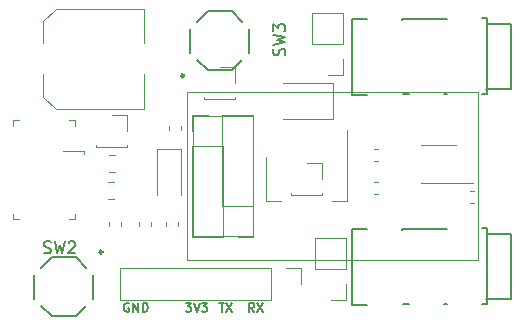
<source format=gbr>
G04 #@! TF.GenerationSoftware,KiCad,Pcbnew,5.1.6+dfsg1-1*
G04 #@! TF.CreationDate,2021-02-27T20:02:44-07:00*
G04 #@! TF.ProjectId,CurrentSensorV1,43757272-656e-4745-9365-6e736f725631,rev?*
G04 #@! TF.SameCoordinates,Original*
G04 #@! TF.FileFunction,Legend,Top*
G04 #@! TF.FilePolarity,Positive*
%FSLAX46Y46*%
G04 Gerber Fmt 4.6, Leading zero omitted, Abs format (unit mm)*
G04 Created by KiCad (PCBNEW 5.1.6+dfsg1-1) date 2021-02-27 20:02:44*
%MOMM*%
%LPD*%
G01*
G04 APERTURE LIST*
%ADD10C,0.120000*%
%ADD11C,0.150000*%
%ADD12C,0.249999*%
%ADD13C,0.100000*%
G04 APERTURE END LIST*
D10*
X147574000Y-72644000D02*
X147574000Y-74676000D01*
X172212000Y-72644000D02*
X147574000Y-72644000D01*
X172212000Y-86868000D02*
X172212000Y-72644000D01*
X147574000Y-86868000D02*
X172212000Y-86868000D01*
X147574000Y-72644000D02*
X147574000Y-86868000D01*
X153162000Y-74676000D02*
X148082000Y-74676000D01*
X153162000Y-84836000D02*
X153162000Y-74676000D01*
X148082000Y-84836000D02*
X153162000Y-84836000D01*
X148082000Y-74676000D02*
X148082000Y-84836000D01*
D11*
X172593000Y-72806560D02*
X172958760Y-72806560D01*
X172958760Y-72806560D02*
X172958760Y-66410840D01*
X172958760Y-66410840D02*
X172582840Y-66410840D01*
X172582840Y-66410840D02*
X172562520Y-66390520D01*
X169580560Y-66507360D02*
X165806120Y-66507360D01*
X165806120Y-66507360D02*
X165806120Y-66532760D01*
X162874960Y-66497200D02*
X161549080Y-66497200D01*
X161559240Y-66497200D02*
X161559240Y-72877680D01*
X161559240Y-72877680D02*
X162844480Y-72877680D01*
X166385240Y-72857360D02*
X165856920Y-72857360D01*
X169580560Y-72852280D02*
X169331640Y-72852280D01*
X175021240Y-72364600D02*
X175021240Y-66929000D01*
X175021240Y-66929000D02*
X172994320Y-66929000D01*
X174995840Y-72374760D02*
X172907960Y-72374760D01*
X172593000Y-90586560D02*
X172958760Y-90586560D01*
X172958760Y-90586560D02*
X172958760Y-84190840D01*
X172958760Y-84190840D02*
X172582840Y-84190840D01*
X172582840Y-84190840D02*
X172562520Y-84170520D01*
X169580560Y-84287360D02*
X165806120Y-84287360D01*
X165806120Y-84287360D02*
X165806120Y-84312760D01*
X162874960Y-84277200D02*
X161549080Y-84277200D01*
X161559240Y-84277200D02*
X161559240Y-90657680D01*
X161559240Y-90657680D02*
X162844480Y-90657680D01*
X166385240Y-90637360D02*
X165856920Y-90637360D01*
X169580560Y-90632280D02*
X169331640Y-90632280D01*
X175021240Y-90144600D02*
X175021240Y-84709000D01*
X175021240Y-84709000D02*
X172994320Y-84709000D01*
X174995840Y-90154760D02*
X172907960Y-90154760D01*
D12*
X147343000Y-71275997D02*
G75*
G03*
X147343000Y-71275997I-125001J0D01*
G01*
D11*
X152867998Y-69325998D02*
X152867998Y-67325997D01*
X151367998Y-70825998D02*
X149367997Y-70825998D01*
X151367998Y-65825997D02*
X149367997Y-65825997D01*
X147867997Y-69325998D02*
X147867997Y-67325997D01*
X148467999Y-66725998D02*
X149367997Y-65825997D01*
X152267996Y-66725998D02*
X151367998Y-65825997D01*
X151367998Y-70825998D02*
X152267996Y-69925997D01*
X149367997Y-70825998D02*
X148467999Y-69925997D01*
D10*
X154324000Y-81920000D02*
X155584000Y-81920000D01*
X161144000Y-81920000D02*
X159884000Y-81920000D01*
X154324000Y-78160000D02*
X154324000Y-81920000D01*
X161144000Y-75910000D02*
X161144000Y-81920000D01*
X168910000Y-77130000D02*
X167410000Y-77130000D01*
X168910000Y-77130000D02*
X170410000Y-77130000D01*
X168910000Y-80350000D02*
X167410000Y-80350000D01*
X168910000Y-80350000D02*
X171835000Y-80350000D01*
X149038000Y-73212000D02*
X151698000Y-73212000D01*
X149038000Y-73092000D02*
X149038000Y-73212000D01*
X151698000Y-73092000D02*
X151698000Y-73212000D01*
X151698000Y-70552000D02*
X151698000Y-71882000D01*
X150368000Y-70552000D02*
X151698000Y-70552000D01*
X156404000Y-81340000D02*
X159064000Y-81340000D01*
X156404000Y-81220000D02*
X156404000Y-81340000D01*
X159064000Y-81220000D02*
X159064000Y-81340000D01*
X159064000Y-78680000D02*
X159064000Y-80010000D01*
X157734000Y-78680000D02*
X159064000Y-78680000D01*
X147068000Y-75529221D02*
X147068000Y-75854779D01*
X146048000Y-75529221D02*
X146048000Y-75854779D01*
X141988000Y-83657221D02*
X141988000Y-83982779D01*
X140968000Y-83657221D02*
X140968000Y-83982779D01*
X144528000Y-83657221D02*
X144528000Y-83982779D01*
X143508000Y-83657221D02*
X143508000Y-83982779D01*
X171866779Y-82044000D02*
X171541221Y-82044000D01*
X171866779Y-81024000D02*
X171541221Y-81024000D01*
X163413221Y-80262000D02*
X163738779Y-80262000D01*
X163413221Y-81282000D02*
X163738779Y-81282000D01*
X163413221Y-77468000D02*
X163738779Y-77468000D01*
X163413221Y-78488000D02*
X163738779Y-78488000D01*
X141482578Y-79450000D02*
X140965422Y-79450000D01*
X141482578Y-78030000D02*
X140965422Y-78030000D01*
X141404078Y-81736000D02*
X140886922Y-81736000D01*
X141404078Y-80316000D02*
X140886922Y-80316000D01*
X147050000Y-77506000D02*
X145050000Y-77506000D01*
X145050000Y-77506000D02*
X145050000Y-81406000D01*
X147050000Y-77506000D02*
X147050000Y-81406000D01*
X146814000Y-83657221D02*
X146814000Y-83982779D01*
X145794000Y-83657221D02*
X145794000Y-83982779D01*
X143960000Y-74110000D02*
X143960000Y-71160000D01*
X143960000Y-65590000D02*
X143960000Y-68540000D01*
X136504437Y-65590000D02*
X143960000Y-65590000D01*
X136504437Y-74110000D02*
X143960000Y-74110000D01*
X135440000Y-73045563D02*
X135440000Y-71160000D01*
X135440000Y-66654437D02*
X135440000Y-68540000D01*
X135440000Y-66654437D02*
X136504437Y-65590000D01*
X135440000Y-73045563D02*
X136504437Y-74110000D01*
X155730000Y-74916000D02*
X159940000Y-74916000D01*
X159940000Y-74916000D02*
X159940000Y-71896000D01*
X159940000Y-71896000D02*
X155730000Y-71896000D01*
D13*
X138118000Y-83448000D02*
X138118000Y-82948000D01*
X138118000Y-83448000D02*
X137618000Y-83448000D01*
X138118000Y-75548000D02*
X138118000Y-75048000D01*
X138118000Y-75048000D02*
X137618000Y-75048000D01*
X132868000Y-75048000D02*
X132868000Y-75548000D01*
X132868000Y-75048000D02*
X133368000Y-75048000D01*
X132868000Y-82948000D02*
X132868000Y-83448000D01*
X132868000Y-83448000D02*
X133368000Y-83448000D01*
X138268000Y-77648000D02*
X137068000Y-77648000D01*
X138861800Y-77647800D02*
X138861800Y-77947800D01*
X138290300Y-77647800D02*
X138780800Y-77647800D01*
D10*
X139894000Y-77276000D02*
X142554000Y-77276000D01*
X139894000Y-77156000D02*
X139894000Y-77276000D01*
X142554000Y-77156000D02*
X142554000Y-77276000D01*
X142554000Y-74616000D02*
X142554000Y-75946000D01*
X141224000Y-74616000D02*
X142554000Y-74616000D01*
D12*
X140435002Y-86204003D02*
G75*
G03*
X140435002Y-86204003I-125001J0D01*
G01*
D11*
X134660002Y-88154002D02*
X134660002Y-90154003D01*
X136160002Y-86654002D02*
X138160003Y-86654002D01*
X136160002Y-91654003D02*
X138160003Y-91654003D01*
X139660003Y-88154002D02*
X139660003Y-90154003D01*
X139060001Y-90754002D02*
X138160003Y-91654003D01*
X135260004Y-90754002D02*
X136160002Y-91654003D01*
X136160002Y-86654002D02*
X135260004Y-87554003D01*
X138160003Y-86654002D02*
X139060001Y-87554003D01*
D10*
X148022000Y-84896000D02*
X150682000Y-84896000D01*
X148022000Y-77216000D02*
X148022000Y-84896000D01*
X150682000Y-77216000D02*
X150682000Y-84896000D01*
X148022000Y-77216000D02*
X150682000Y-77216000D01*
X148022000Y-75946000D02*
X148022000Y-74616000D01*
X148022000Y-74616000D02*
X149352000Y-74616000D01*
X160842000Y-65980000D02*
X158182000Y-65980000D01*
X160842000Y-68580000D02*
X160842000Y-65980000D01*
X158182000Y-68580000D02*
X158182000Y-65980000D01*
X160842000Y-68580000D02*
X158182000Y-68580000D01*
X160842000Y-69850000D02*
X160842000Y-71180000D01*
X160842000Y-71180000D02*
X159512000Y-71180000D01*
X161096000Y-85030000D02*
X158436000Y-85030000D01*
X161096000Y-87630000D02*
X161096000Y-85030000D01*
X158436000Y-87630000D02*
X158436000Y-85030000D01*
X161096000Y-87630000D02*
X158436000Y-87630000D01*
X161096000Y-88900000D02*
X161096000Y-90230000D01*
X161096000Y-90230000D02*
X159766000Y-90230000D01*
X153222000Y-74616000D02*
X150562000Y-74616000D01*
X153222000Y-82296000D02*
X153222000Y-74616000D01*
X150562000Y-82296000D02*
X150562000Y-74616000D01*
X153222000Y-82296000D02*
X150562000Y-82296000D01*
X153222000Y-83566000D02*
X153222000Y-84896000D01*
X153222000Y-84896000D02*
X151892000Y-84896000D01*
X141926000Y-87570000D02*
X141926000Y-90230000D01*
X154686000Y-87570000D02*
X141926000Y-87570000D01*
X154686000Y-90230000D02*
X141926000Y-90230000D01*
X154686000Y-87570000D02*
X154686000Y-90230000D01*
X155956000Y-87570000D02*
X157286000Y-87570000D01*
X157286000Y-87570000D02*
X157286000Y-88900000D01*
D11*
X155852761Y-69562023D02*
X155900380Y-69419166D01*
X155900380Y-69181071D01*
X155852761Y-69085833D01*
X155805142Y-69038214D01*
X155709904Y-68990595D01*
X155614666Y-68990595D01*
X155519428Y-69038214D01*
X155471809Y-69085833D01*
X155424190Y-69181071D01*
X155376571Y-69371547D01*
X155328952Y-69466785D01*
X155281333Y-69514404D01*
X155186095Y-69562023D01*
X155090857Y-69562023D01*
X154995619Y-69514404D01*
X154948000Y-69466785D01*
X154900380Y-69371547D01*
X154900380Y-69133452D01*
X154948000Y-68990595D01*
X154900380Y-68657261D02*
X155900380Y-68419166D01*
X155186095Y-68228690D01*
X155900380Y-68038214D01*
X154900380Y-67800119D01*
X154900380Y-67514404D02*
X154900380Y-66895357D01*
X155281333Y-67228690D01*
X155281333Y-67085833D01*
X155328952Y-66990595D01*
X155376571Y-66942976D01*
X155471809Y-66895357D01*
X155709904Y-66895357D01*
X155805142Y-66942976D01*
X155852761Y-66990595D01*
X155900380Y-67085833D01*
X155900380Y-67371547D01*
X155852761Y-67466785D01*
X155805142Y-67514404D01*
X135475357Y-86256761D02*
X135618214Y-86304380D01*
X135856309Y-86304380D01*
X135951547Y-86256761D01*
X135999166Y-86209142D01*
X136046785Y-86113904D01*
X136046785Y-86018666D01*
X135999166Y-85923428D01*
X135951547Y-85875809D01*
X135856309Y-85828190D01*
X135665833Y-85780571D01*
X135570595Y-85732952D01*
X135522976Y-85685333D01*
X135475357Y-85590095D01*
X135475357Y-85494857D01*
X135522976Y-85399619D01*
X135570595Y-85352000D01*
X135665833Y-85304380D01*
X135903928Y-85304380D01*
X136046785Y-85352000D01*
X136380119Y-85304380D02*
X136618214Y-86304380D01*
X136808690Y-85590095D01*
X136999166Y-86304380D01*
X137237261Y-85304380D01*
X137570595Y-85399619D02*
X137618214Y-85352000D01*
X137713452Y-85304380D01*
X137951547Y-85304380D01*
X138046785Y-85352000D01*
X138094404Y-85399619D01*
X138142023Y-85494857D01*
X138142023Y-85590095D01*
X138094404Y-85732952D01*
X137522976Y-86304380D01*
X138142023Y-86304380D01*
X153281000Y-91271285D02*
X153031000Y-90914142D01*
X152852428Y-91271285D02*
X152852428Y-90521285D01*
X153138142Y-90521285D01*
X153209571Y-90557000D01*
X153245285Y-90592714D01*
X153281000Y-90664142D01*
X153281000Y-90771285D01*
X153245285Y-90842714D01*
X153209571Y-90878428D01*
X153138142Y-90914142D01*
X152852428Y-90914142D01*
X153531000Y-90521285D02*
X154031000Y-91271285D01*
X154031000Y-90521285D02*
X153531000Y-91271285D01*
X150304571Y-90521285D02*
X150733142Y-90521285D01*
X150518857Y-91271285D02*
X150518857Y-90521285D01*
X150911714Y-90521285D02*
X151411714Y-91271285D01*
X151411714Y-90521285D02*
X150911714Y-91271285D01*
X147477428Y-90521285D02*
X147941714Y-90521285D01*
X147691714Y-90807000D01*
X147798857Y-90807000D01*
X147870285Y-90842714D01*
X147906000Y-90878428D01*
X147941714Y-90949857D01*
X147941714Y-91128428D01*
X147906000Y-91199857D01*
X147870285Y-91235571D01*
X147798857Y-91271285D01*
X147584571Y-91271285D01*
X147513142Y-91235571D01*
X147477428Y-91199857D01*
X148156000Y-90521285D02*
X148406000Y-91271285D01*
X148656000Y-90521285D01*
X148834571Y-90521285D02*
X149298857Y-90521285D01*
X149048857Y-90807000D01*
X149156000Y-90807000D01*
X149227428Y-90842714D01*
X149263142Y-90878428D01*
X149298857Y-90949857D01*
X149298857Y-91128428D01*
X149263142Y-91199857D01*
X149227428Y-91235571D01*
X149156000Y-91271285D01*
X148941714Y-91271285D01*
X148870285Y-91235571D01*
X148834571Y-91199857D01*
X142684571Y-90557000D02*
X142613142Y-90521285D01*
X142506000Y-90521285D01*
X142398857Y-90557000D01*
X142327428Y-90628428D01*
X142291714Y-90699857D01*
X142256000Y-90842714D01*
X142256000Y-90949857D01*
X142291714Y-91092714D01*
X142327428Y-91164142D01*
X142398857Y-91235571D01*
X142506000Y-91271285D01*
X142577428Y-91271285D01*
X142684571Y-91235571D01*
X142720285Y-91199857D01*
X142720285Y-90949857D01*
X142577428Y-90949857D01*
X143041714Y-91271285D02*
X143041714Y-90521285D01*
X143470285Y-91271285D01*
X143470285Y-90521285D01*
X143827428Y-91271285D02*
X143827428Y-90521285D01*
X144006000Y-90521285D01*
X144113142Y-90557000D01*
X144184571Y-90628428D01*
X144220285Y-90699857D01*
X144256000Y-90842714D01*
X144256000Y-90949857D01*
X144220285Y-91092714D01*
X144184571Y-91164142D01*
X144113142Y-91235571D01*
X144006000Y-91271285D01*
X143827428Y-91271285D01*
M02*

</source>
